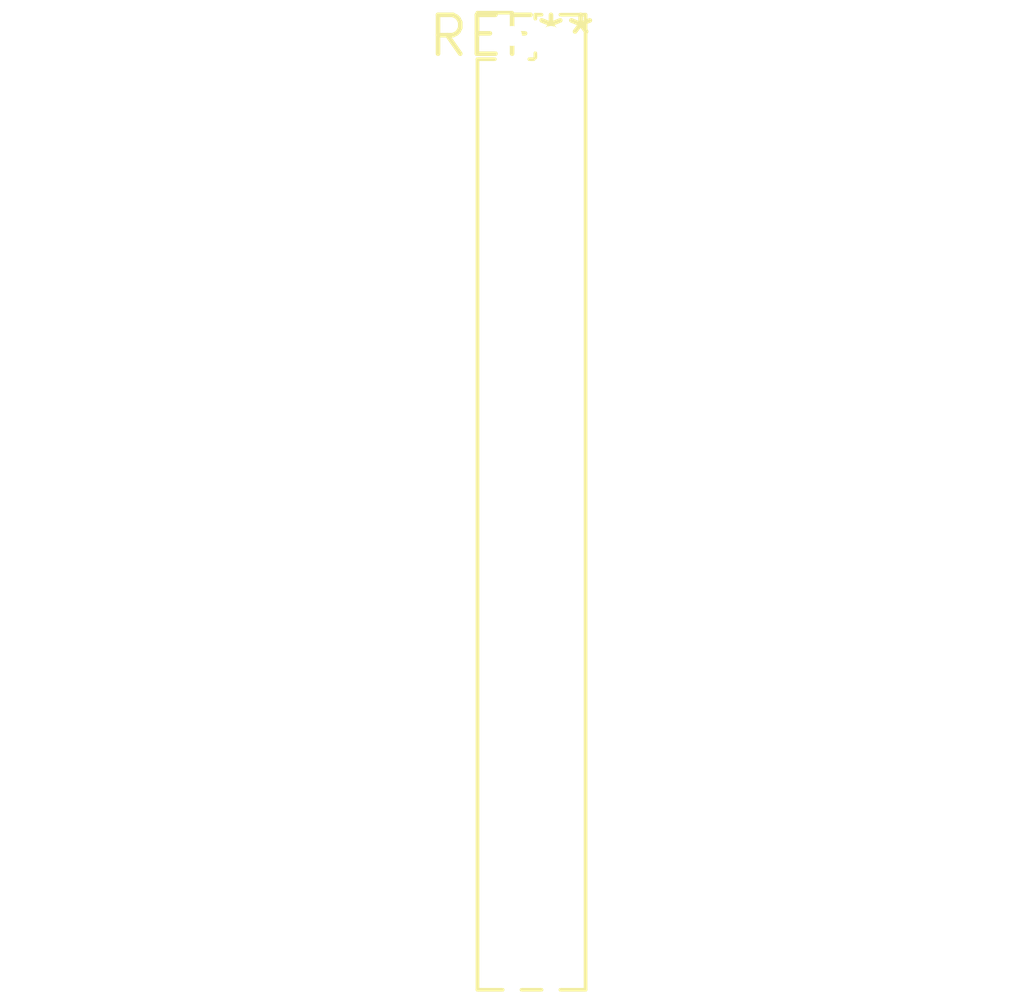
<source format=kicad_pcb>
(kicad_pcb (version 20240108) (generator pcbnew)
  (layers (0 "F.Cu" signal) (31 "B.Cu" signal) (34 "B.Paste" user) (35 "F.Paste" user) (36 "B.SilkS" user "B.Silkscreen") (37 "F.SilkS" user "F.Silkscreen") (38 "B.Mask" user) (39 "F.Mask" user) (44 "Edge.Cuts" user))
  (net 0 "")
  (footprint "PinHeader_2x25_P1.27mm_Vertical" (layer "F.Cu") (at 0 0)
    (property "Reference" "REF**")
    (property "Value" "PinHeader_2x25_P1.27mm_Vertical")
    (fp_line (start -1.13 -0.76) (end 0 -0.76) (layer "F.SilkS") (stroke (width 0.12)))
    (fp_line (start -1.13 0) (end -1.13 -0.76) (layer "F.SilkS") (stroke (width 0.12)))
    (fp_line (start -1.13 0.76) (end -1.13 31.175) (layer "F.SilkS") (stroke (width 0.12)))
    (fp_line (start -1.13 0.76) (end -0.563471 0.76) (layer "F.SilkS") (stroke (width 0.12)))
    (fp_line (start -1.13 31.175) (end -0.30753 31.175) (layer "F.SilkS") (stroke (width 0.12)))
    (fp_line (start 0.30753 31.175) (end 0.96247 31.175) (layer "F.SilkS") (stroke (width 0.12)))
    (fp_line (start 0.563471 0.76) (end 0.706529 0.76) (layer "F.SilkS") (stroke (width 0.12)))
    (fp_line (start 0.76 -0.695) (end 0.96247 -0.695) (layer "F.SilkS") (stroke (width 0.12)))
    (fp_line (start 0.76 -0.563471) (end 0.76 -0.695) (layer "F.SilkS") (stroke (width 0.12)))
    (fp_line (start 0.76 0.706529) (end 0.76 0.563471) (layer "F.SilkS") (stroke (width 0.12)))
    (fp_line (start 1.57753 -0.695) (end 2.4 -0.695) (layer "F.SilkS") (stroke (width 0.12)))
    (fp_line (start 1.57753 31.175) (end 2.4 31.175) (layer "F.SilkS") (stroke (width 0.12)))
    (fp_line (start 2.4 -0.695) (end 2.4 31.175) (layer "F.SilkS") (stroke (width 0.12)))
    (pad "1" thru_hole rect (at 0 0) (size 1 1) (drill 0.65) (layers *.Cu *.Mask) (remove_unused_layers))
    (pad "2" thru_hole oval (at 1.27 0) (size 1 1) (drill 0.65) (layers *.Cu *.Mask) (remove_unused_layers))
    (pad "3" thru_hole oval (at 0 1.27) (size 1 1) (drill 0.65) (layers *.Cu *.Mask) (remove_unused_layers))
    (pad "4" thru_hole oval (at 1.27 1.27) (size 1 1) (drill 0.65) (layers *.Cu *.Mask) (remove_unused_layers))
    (pad "5" thru_hole oval (at 0 2.54) (size 1 1) (drill 0.65) (layers *.Cu *.Mask) (remove_unused_layers))
    (pad "6" thru_hole oval (at 1.27 2.54) (size 1 1) (drill 0.65) (layers *.Cu *.Mask) (remove_unused_layers))
    (pad "7" thru_hole oval (at 0 3.81) (size 1 1) (drill 0.65) (layers *.Cu *.Mask) (remove_unused_layers))
    (pad "8" thru_hole oval (at 1.27 3.81) (size 1 1) (drill 0.65) (layers *.Cu *.Mask) (remove_unused_layers))
    (pad "9" thru_hole oval (at 0 5.08) (size 1 1) (drill 0.65) (layers *.Cu *.Mask) (remove_unused_layers))
    (pad "10" thru_hole oval (at 1.27 5.08) (size 1 1) (drill 0.65) (layers *.Cu *.Mask) (remove_unused_layers))
    (pad "11" thru_hole oval (at 0 6.35) (size 1 1) (drill 0.65) (layers *.Cu *.Mask) (remove_unused_layers))
    (pad "12" thru_hole oval (at 1.27 6.35) (size 1 1) (drill 0.65) (layers *.Cu *.Mask) (remove_unused_layers))
    (pad "13" thru_hole oval (at 0 7.62) (size 1 1) (drill 0.65) (layers *.Cu *.Mask) (remove_unused_layers))
    (pad "14" thru_hole oval (at 1.27 7.62) (size 1 1) (drill 0.65) (layers *.Cu *.Mask) (remove_unused_layers))
    (pad "15" thru_hole oval (at 0 8.89) (size 1 1) (drill 0.65) (layers *.Cu *.Mask) (remove_unused_layers))
    (pad "16" thru_hole oval (at 1.27 8.89) (size 1 1) (drill 0.65) (layers *.Cu *.Mask) (remove_unused_layers))
    (pad "17" thru_hole oval (at 0 10.16) (size 1 1) (drill 0.65) (layers *.Cu *.Mask) (remove_unused_layers))
    (pad "18" thru_hole oval (at 1.27 10.16) (size 1 1) (drill 0.65) (layers *.Cu *.Mask) (remove_unused_layers))
    (pad "19" thru_hole oval (at 0 11.43) (size 1 1) (drill 0.65) (layers *.Cu *.Mask) (remove_unused_layers))
    (pad "20" thru_hole oval (at 1.27 11.43) (size 1 1) (drill 0.65) (layers *.Cu *.Mask) (remove_unused_layers))
    (pad "21" thru_hole oval (at 0 12.7) (size 1 1) (drill 0.65) (layers *.Cu *.Mask) (remove_unused_layers))
    (pad "22" thru_hole oval (at 1.27 12.7) (size 1 1) (drill 0.65) (layers *.Cu *.Mask) (remove_unused_layers))
    (pad "23" thru_hole oval (at 0 13.97) (size 1 1) (drill 0.65) (layers *.Cu *.Mask) (remove_unused_layers))
    (pad "24" thru_hole oval (at 1.27 13.97) (size 1 1) (drill 0.65) (layers *.Cu *.Mask) (remove_unused_layers))
    (pad "25" thru_hole oval (at 0 15.24) (size 1 1) (drill 0.65) (layers *.Cu *.Mask) (remove_unused_layers))
    (pad "26" thru_hole oval (at 1.27 15.24) (size 1 1) (drill 0.65) (layers *.Cu *.Mask) (remove_unused_layers))
    (pad "27" thru_hole oval (at 0 16.51) (size 1 1) (drill 0.65) (layers *.Cu *.Mask) (remove_unused_layers))
    (pad "28" thru_hole oval (at 1.27 16.51) (size 1 1) (drill 0.65) (layers *.Cu *.Mask) (remove_unused_layers))
    (pad "29" thru_hole oval (at 0 17.78) (size 1 1) (drill 0.65) (layers *.Cu *.Mask) (remove_unused_layers))
    (pad "30" thru_hole oval (at 1.27 17.78) (size 1 1) (drill 0.65) (layers *.Cu *.Mask) (remove_unused_layers))
    (pad "31" thru_hole oval (at 0 19.05) (size 1 1) (drill 0.65) (layers *.Cu *.Mask) (remove_unused_layers))
    (pad "32" thru_hole oval (at 1.27 19.05) (size 1 1) (drill 0.65) (layers *.Cu *.Mask) (remove_unused_layers))
    (pad "33" thru_hole oval (at 0 20.32) (size 1 1) (drill 0.65) (layers *.Cu *.Mask) (remove_unused_layers))
    (pad "34" thru_hole oval (at 1.27 20.32) (size 1 1) (drill 0.65) (layers *.Cu *.Mask) (remove_unused_layers))
    (pad "35" thru_hole oval (at 0 21.59) (size 1 1) (drill 0.65) (layers *.Cu *.Mask) (remove_unused_layers))
    (pad "36" thru_hole oval (at 1.27 21.59) (size 1 1) (drill 0.65) (layers *.Cu *.Mask) (remove_unused_layers))
    (pad "37" thru_hole oval (at 0 22.86) (size 1 1) (drill 0.65) (layers *.Cu *.Mask) (remove_unused_layers))
    (pad "38" thru_hole oval (at 1.27 22.86) (size 1 1) (drill 0.65) (layers *.Cu *.Mask) (remove_unused_layers))
    (pad "39" thru_hole oval (at 0 24.13) (size 1 1) (drill 0.65) (layers *.Cu *.Mask) (remove_unused_layers))
    (pad "40" thru_hole oval (at 1.27 24.13) (size 1 1) (drill 0.65) (layers *.Cu *.Mask) (remove_unused_layers))
    (pad "41" thru_hole oval (at 0 25.4) (size 1 1) (drill 0.65) (layers *.Cu *.Mask) (remove_unused_layers))
    (pad "42" thru_hole oval (at 1.27 25.4) (size 1 1) (drill 0.65) (layers *.Cu *.Mask) (remove_unused_layers))
    (pad "43" thru_hole oval (at 0 26.67) (size 1 1) (drill 0.65) (layers *.Cu *.Mask) (remove_unused_layers))
    (pad "44" thru_hole oval (at 1.27 26.67) (size 1 1) (drill 0.65) (layers *.Cu *.Mask) (remove_unused_layers))
    (pad "45" thru_hole oval (at 0 27.94) (size 1 1) (drill 0.65) (layers *.Cu *.Mask) (remove_unused_layers))
    (pad "46" thru_hole oval (at 1.27 27.94) (size 1 1) (drill 0.65) (layers *.Cu *.Mask) (remove_unused_layers))
    (pad "47" thru_hole oval (at 0 29.21) (size 1 1) (drill 0.65) (layers *.Cu *.Mask) (remove_unused_layers))
    (pad "48" thru_hole oval (at 1.27 29.21) (size 1 1) (drill 0.65) (layers *.Cu *.Mask) (remove_unused_layers))
    (pad "49" thru_hole oval (at 0 30.48) (size 1 1) (drill 0.65) (layers *.Cu *.Mask) (remove_unused_layers))
    (pad "50" thru_hole oval (at 1.27 30.48) (size 1 1) (drill 0.65) (layers *.Cu *.Mask) (remove_unused_layers))
  )
)
</source>
